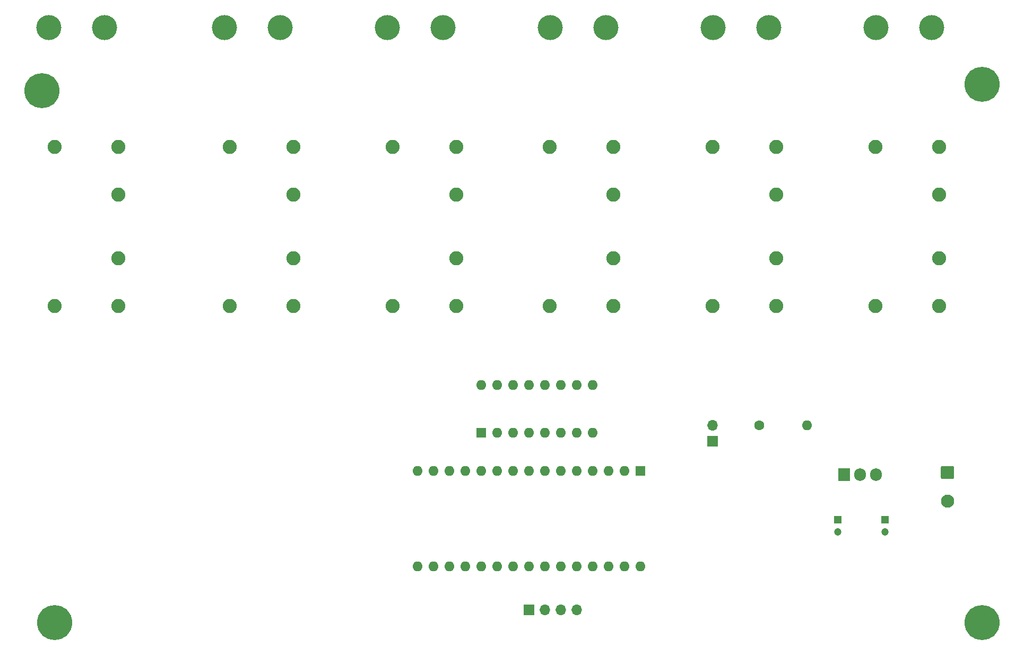
<source format=gbr>
G04 #@! TF.GenerationSoftware,KiCad,Pcbnew,5.1.9+dfsg1-1*
G04 #@! TF.CreationDate,2021-01-03T20:36:41+01:00*
G04 #@! TF.ProjectId,first_try,66697273-745f-4747-9279-2e6b69636164,rev?*
G04 #@! TF.SameCoordinates,Original*
G04 #@! TF.FileFunction,Soldermask,Top*
G04 #@! TF.FilePolarity,Negative*
%FSLAX46Y46*%
G04 Gerber Fmt 4.6, Leading zero omitted, Abs format (unit mm)*
G04 Created by KiCad (PCBNEW 5.1.9+dfsg1-1) date 2021-01-03 20:36:41*
%MOMM*%
%LPD*%
G01*
G04 APERTURE LIST*
%ADD10C,4.000000*%
%ADD11O,1.600000X1.600000*%
%ADD12R,1.600000X1.600000*%
%ADD13C,5.600000*%
%ADD14C,2.100000*%
%ADD15O,1.700000X1.700000*%
%ADD16R,1.700000X1.700000*%
%ADD17C,1.200000*%
%ADD18R,1.200000X1.200000*%
%ADD19O,1.905000X2.000000*%
%ADD20R,1.905000X2.000000*%
%ADD21C,1.600000*%
%ADD22C,2.250000*%
G04 APERTURE END LIST*
D10*
G04 #@! TO.C,J_IN3*
X128110000Y-41000000D03*
X137000000Y-41000000D03*
G04 #@! TD*
G04 #@! TO.C,J_OUT1*
X154110000Y-41000000D03*
X163000000Y-41000000D03*
G04 #@! TD*
G04 #@! TO.C,J_IN2*
X102110000Y-41000000D03*
X111000000Y-41000000D03*
G04 #@! TD*
D11*
G04 #@! TO.C,U1*
X143096000Y-98042000D03*
X160876000Y-105662000D03*
X145636000Y-98042000D03*
X158336000Y-105662000D03*
X148176000Y-98042000D03*
X155796000Y-105662000D03*
X150716000Y-98042000D03*
X153256000Y-105662000D03*
X153256000Y-98042000D03*
X150716000Y-105662000D03*
X155796000Y-98042000D03*
X148176000Y-105662000D03*
X158336000Y-98042000D03*
X145636000Y-105662000D03*
X160876000Y-98042000D03*
D12*
X143096000Y-105662000D03*
G04 #@! TD*
D10*
G04 #@! TO.C,J_OUT3*
X206110000Y-41000000D03*
X215000000Y-41000000D03*
G04 #@! TD*
G04 #@! TO.C,J_IN1*
X74110000Y-41000000D03*
X83000000Y-41000000D03*
G04 #@! TD*
D11*
G04 #@! TO.C,A1*
X132936000Y-126998000D03*
X132936000Y-111758000D03*
X168496000Y-126998000D03*
X135476000Y-111758000D03*
X165956000Y-126998000D03*
X138016000Y-111758000D03*
X163416000Y-126998000D03*
X140556000Y-111758000D03*
X160876000Y-126998000D03*
X143096000Y-111758000D03*
X158336000Y-126998000D03*
X145636000Y-111758000D03*
X155796000Y-126998000D03*
X148176000Y-111758000D03*
X153256000Y-126998000D03*
X150716000Y-111758000D03*
X150716000Y-126998000D03*
X153256000Y-111758000D03*
X148176000Y-126998000D03*
X155796000Y-111758000D03*
X145636000Y-126998000D03*
X158336000Y-111758000D03*
X143096000Y-126998000D03*
X160876000Y-111758000D03*
X140556000Y-126998000D03*
X163416000Y-111758000D03*
X138016000Y-126998000D03*
X165956000Y-111758000D03*
X135476000Y-126998000D03*
D12*
X168496000Y-111758000D03*
G04 #@! TD*
D13*
G04 #@! TO.C,H1*
X73000000Y-51000000D03*
G04 #@! TD*
G04 #@! TO.C,H2*
X223000000Y-136000000D03*
G04 #@! TD*
G04 #@! TO.C,H3*
X75000000Y-136000000D03*
G04 #@! TD*
G04 #@! TO.C,H4*
X223000000Y-50000000D03*
G04 #@! TD*
D14*
G04 #@! TO.C,J1*
X217500000Y-116600000D03*
G36*
G01*
X216700000Y-110950000D02*
X218300000Y-110950000D01*
G75*
G02*
X218550000Y-111200000I0J-250000D01*
G01*
X218550000Y-112800000D01*
G75*
G02*
X218300000Y-113050000I-250000J0D01*
G01*
X216700000Y-113050000D01*
G75*
G02*
X216450000Y-112800000I0J250000D01*
G01*
X216450000Y-111200000D01*
G75*
G02*
X216700000Y-110950000I250000J0D01*
G01*
G37*
G04 #@! TD*
D15*
G04 #@! TO.C,J2*
X158336000Y-133888000D03*
X155796000Y-133888000D03*
X153256000Y-133888000D03*
D16*
X150716000Y-133888000D03*
G04 #@! TD*
D10*
G04 #@! TO.C,J_OUT2*
X180110000Y-41000000D03*
X189000000Y-41000000D03*
G04 #@! TD*
D17*
G04 #@! TO.C,C1*
X207500000Y-121500000D03*
D18*
X207500000Y-119500000D03*
G04 #@! TD*
D17*
G04 #@! TO.C,C2*
X200000000Y-121500000D03*
D18*
X200000000Y-119500000D03*
G04 #@! TD*
D19*
G04 #@! TO.C,U2*
X206080000Y-112300000D03*
X203540000Y-112300000D03*
D20*
X201000000Y-112300000D03*
G04 #@! TD*
D11*
G04 #@! TO.C,R1*
X195120000Y-104500000D03*
D21*
X187500000Y-104500000D03*
G04 #@! TD*
D15*
G04 #@! TO.C,SW1*
X180000000Y-104460000D03*
D16*
X180000000Y-107000000D03*
G04 #@! TD*
D22*
G04 #@! TO.C,K1*
X85160000Y-60000000D03*
X85160000Y-67620000D03*
X85160000Y-77780000D03*
X85160000Y-85400000D03*
X75000000Y-85400000D03*
X75000000Y-60000000D03*
G04 #@! TD*
G04 #@! TO.C,K2*
X164160000Y-60000000D03*
X164160000Y-67620000D03*
X164160000Y-77780000D03*
X164160000Y-85400000D03*
X154000000Y-85400000D03*
X154000000Y-60000000D03*
G04 #@! TD*
G04 #@! TO.C,K3*
X113160000Y-60000000D03*
X113160000Y-67620000D03*
X113160000Y-77780000D03*
X113160000Y-85400000D03*
X103000000Y-85400000D03*
X103000000Y-60000000D03*
G04 #@! TD*
G04 #@! TO.C,K4*
X190160000Y-60000000D03*
X190160000Y-67620000D03*
X190160000Y-77780000D03*
X190160000Y-85400000D03*
X180000000Y-85400000D03*
X180000000Y-60000000D03*
G04 #@! TD*
G04 #@! TO.C,K5*
X139160000Y-60000000D03*
X139160000Y-67620000D03*
X139160000Y-77780000D03*
X139160000Y-85400000D03*
X129000000Y-85400000D03*
X129000000Y-60000000D03*
G04 #@! TD*
G04 #@! TO.C,K6*
X216160000Y-60000000D03*
X216160000Y-67620000D03*
X216160000Y-77780000D03*
X216160000Y-85400000D03*
X206000000Y-85400000D03*
X206000000Y-60000000D03*
G04 #@! TD*
M02*

</source>
